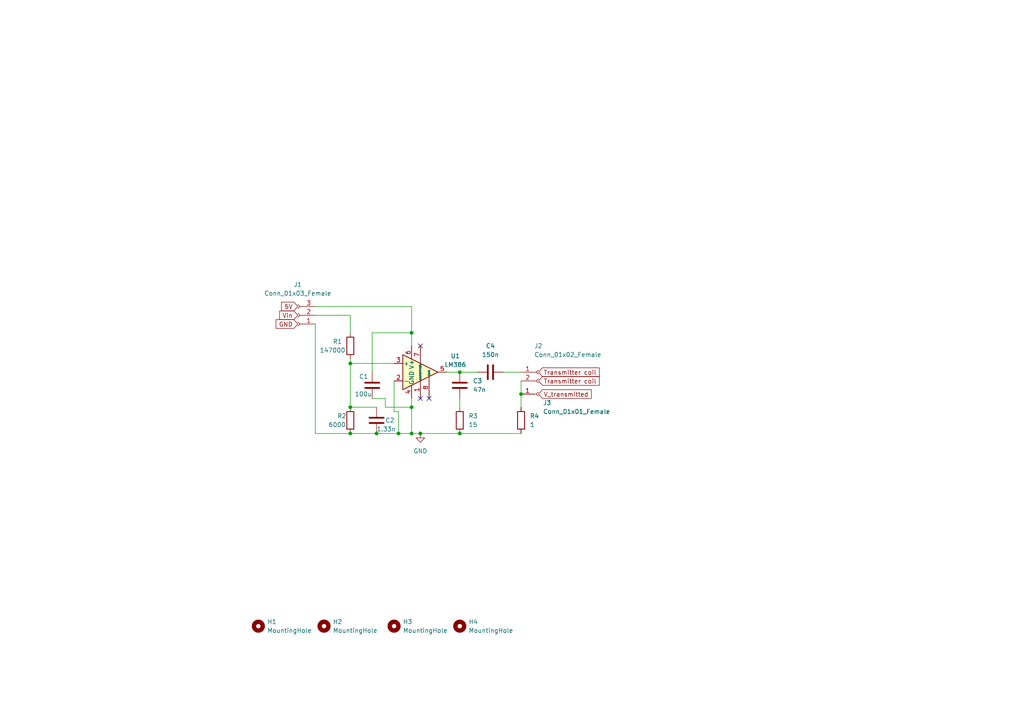
<source format=kicad_sch>
(kicad_sch (version 20211123) (generator eeschema)

  (uuid e574f12a-8f7d-43ac-91fb-7b945c43413e)

  (paper "A4")

  (lib_symbols
    (symbol "Amplifier_Audio:LM386" (pin_names (offset 0.127)) (in_bom yes) (on_board yes)
      (property "Reference" "U" (id 0) (at 1.27 7.62 0)
        (effects (font (size 1.27 1.27)) (justify left))
      )
      (property "Value" "LM386" (id 1) (at 1.27 5.08 0)
        (effects (font (size 1.27 1.27)) (justify left))
      )
      (property "Footprint" "" (id 2) (at 2.54 2.54 0)
        (effects (font (size 1.27 1.27)) hide)
      )
      (property "Datasheet" "http://www.ti.com/lit/ds/symlink/lm386.pdf" (id 3) (at 5.08 5.08 0)
        (effects (font (size 1.27 1.27)) hide)
      )
      (property "ki_keywords" "single Power opamp" (id 4) (at 0 0 0)
        (effects (font (size 1.27 1.27)) hide)
      )
      (property "ki_description" "Low Voltage Audio Power Amplifier, DIP-8/SOIC-8/SSOP-8" (id 5) (at 0 0 0)
        (effects (font (size 1.27 1.27)) hide)
      )
      (property "ki_fp_filters" "SOIC*3.9x4.9mm*P1.27mm* DIP*W7.62mm* MSSOP*P0.65mm* TSSOP*3x3mm*P0.5mm*" (id 6) (at 0 0 0)
        (effects (font (size 1.27 1.27)) hide)
      )
      (symbol "LM386_0_1"
        (polyline
          (pts
            (xy 5.08 0)
            (xy -5.08 5.08)
            (xy -5.08 -5.08)
            (xy 5.08 0)
          )
          (stroke (width 0.254) (type default) (color 0 0 0 0))
          (fill (type background))
        )
      )
      (symbol "LM386_1_1"
        (pin input line (at 0 -7.62 90) (length 5.08)
          (name "GAIN" (effects (font (size 0.508 0.508))))
          (number "1" (effects (font (size 1.27 1.27))))
        )
        (pin input line (at -7.62 -2.54 0) (length 2.54)
          (name "-" (effects (font (size 1.27 1.27))))
          (number "2" (effects (font (size 1.27 1.27))))
        )
        (pin input line (at -7.62 2.54 0) (length 2.54)
          (name "+" (effects (font (size 1.27 1.27))))
          (number "3" (effects (font (size 1.27 1.27))))
        )
        (pin power_in line (at -2.54 -7.62 90) (length 3.81)
          (name "GND" (effects (font (size 1.27 1.27))))
          (number "4" (effects (font (size 1.27 1.27))))
        )
        (pin output line (at 7.62 0 180) (length 2.54)
          (name "~" (effects (font (size 1.27 1.27))))
          (number "5" (effects (font (size 1.27 1.27))))
        )
        (pin power_in line (at -2.54 7.62 270) (length 3.81)
          (name "V+" (effects (font (size 1.27 1.27))))
          (number "6" (effects (font (size 1.27 1.27))))
        )
        (pin input line (at 0 7.62 270) (length 5.08)
          (name "BYPASS" (effects (font (size 0.508 0.508))))
          (number "7" (effects (font (size 1.27 1.27))))
        )
        (pin input line (at 2.54 -7.62 90) (length 6.35)
          (name "GAIN" (effects (font (size 0.508 0.508))))
          (number "8" (effects (font (size 1.27 1.27))))
        )
      )
    )
    (symbol "Connector:Conn_01x01_Female" (pin_names (offset 1.016) hide) (in_bom yes) (on_board yes)
      (property "Reference" "J" (id 0) (at 0 2.54 0)
        (effects (font (size 1.27 1.27)))
      )
      (property "Value" "Conn_01x01_Female" (id 1) (at 0 -2.54 0)
        (effects (font (size 1.27 1.27)))
      )
      (property "Footprint" "" (id 2) (at 0 0 0)
        (effects (font (size 1.27 1.27)) hide)
      )
      (property "Datasheet" "~" (id 3) (at 0 0 0)
        (effects (font (size 1.27 1.27)) hide)
      )
      (property "ki_keywords" "connector" (id 4) (at 0 0 0)
        (effects (font (size 1.27 1.27)) hide)
      )
      (property "ki_description" "Generic connector, single row, 01x01, script generated (kicad-library-utils/schlib/autogen/connector/)" (id 5) (at 0 0 0)
        (effects (font (size 1.27 1.27)) hide)
      )
      (property "ki_fp_filters" "Connector*:*" (id 6) (at 0 0 0)
        (effects (font (size 1.27 1.27)) hide)
      )
      (symbol "Conn_01x01_Female_1_1"
        (polyline
          (pts
            (xy -1.27 0)
            (xy -0.508 0)
          )
          (stroke (width 0.1524) (type default) (color 0 0 0 0))
          (fill (type none))
        )
        (arc (start 0 0.508) (mid -0.508 0) (end 0 -0.508)
          (stroke (width 0.1524) (type default) (color 0 0 0 0))
          (fill (type none))
        )
        (pin passive line (at -5.08 0 0) (length 3.81)
          (name "Pin_1" (effects (font (size 1.27 1.27))))
          (number "1" (effects (font (size 1.27 1.27))))
        )
      )
    )
    (symbol "Connector:Conn_01x02_Female" (pin_names (offset 1.016) hide) (in_bom yes) (on_board yes)
      (property "Reference" "J" (id 0) (at 0 2.54 0)
        (effects (font (size 1.27 1.27)))
      )
      (property "Value" "Conn_01x02_Female" (id 1) (at 0 -5.08 0)
        (effects (font (size 1.27 1.27)))
      )
      (property "Footprint" "" (id 2) (at 0 0 0)
        (effects (font (size 1.27 1.27)) hide)
      )
      (property "Datasheet" "~" (id 3) (at 0 0 0)
        (effects (font (size 1.27 1.27)) hide)
      )
      (property "ki_keywords" "connector" (id 4) (at 0 0 0)
        (effects (font (size 1.27 1.27)) hide)
      )
      (property "ki_description" "Generic connector, single row, 01x02, script generated (kicad-library-utils/schlib/autogen/connector/)" (id 5) (at 0 0 0)
        (effects (font (size 1.27 1.27)) hide)
      )
      (property "ki_fp_filters" "Connector*:*_1x??_*" (id 6) (at 0 0 0)
        (effects (font (size 1.27 1.27)) hide)
      )
      (symbol "Conn_01x02_Female_1_1"
        (arc (start 0 -2.032) (mid -0.508 -2.54) (end 0 -3.048)
          (stroke (width 0.1524) (type default) (color 0 0 0 0))
          (fill (type none))
        )
        (polyline
          (pts
            (xy -1.27 -2.54)
            (xy -0.508 -2.54)
          )
          (stroke (width 0.1524) (type default) (color 0 0 0 0))
          (fill (type none))
        )
        (polyline
          (pts
            (xy -1.27 0)
            (xy -0.508 0)
          )
          (stroke (width 0.1524) (type default) (color 0 0 0 0))
          (fill (type none))
        )
        (arc (start 0 0.508) (mid -0.508 0) (end 0 -0.508)
          (stroke (width 0.1524) (type default) (color 0 0 0 0))
          (fill (type none))
        )
        (pin passive line (at -5.08 0 0) (length 3.81)
          (name "Pin_1" (effects (font (size 1.27 1.27))))
          (number "1" (effects (font (size 1.27 1.27))))
        )
        (pin passive line (at -5.08 -2.54 0) (length 3.81)
          (name "Pin_2" (effects (font (size 1.27 1.27))))
          (number "2" (effects (font (size 1.27 1.27))))
        )
      )
    )
    (symbol "Connector:Conn_01x03_Female" (pin_names (offset 1.016) hide) (in_bom yes) (on_board yes)
      (property "Reference" "J" (id 0) (at 0 5.08 0)
        (effects (font (size 1.27 1.27)))
      )
      (property "Value" "Conn_01x03_Female" (id 1) (at 0 -5.08 0)
        (effects (font (size 1.27 1.27)))
      )
      (property "Footprint" "" (id 2) (at 0 0 0)
        (effects (font (size 1.27 1.27)) hide)
      )
      (property "Datasheet" "~" (id 3) (at 0 0 0)
        (effects (font (size 1.27 1.27)) hide)
      )
      (property "ki_keywords" "connector" (id 4) (at 0 0 0)
        (effects (font (size 1.27 1.27)) hide)
      )
      (property "ki_description" "Generic connector, single row, 01x03, script generated (kicad-library-utils/schlib/autogen/connector/)" (id 5) (at 0 0 0)
        (effects (font (size 1.27 1.27)) hide)
      )
      (property "ki_fp_filters" "Connector*:*_1x??_*" (id 6) (at 0 0 0)
        (effects (font (size 1.27 1.27)) hide)
      )
      (symbol "Conn_01x03_Female_1_1"
        (arc (start 0 -2.032) (mid -0.508 -2.54) (end 0 -3.048)
          (stroke (width 0.1524) (type default) (color 0 0 0 0))
          (fill (type none))
        )
        (polyline
          (pts
            (xy -1.27 -2.54)
            (xy -0.508 -2.54)
          )
          (stroke (width 0.1524) (type default) (color 0 0 0 0))
          (fill (type none))
        )
        (polyline
          (pts
            (xy -1.27 0)
            (xy -0.508 0)
          )
          (stroke (width 0.1524) (type default) (color 0 0 0 0))
          (fill (type none))
        )
        (polyline
          (pts
            (xy -1.27 2.54)
            (xy -0.508 2.54)
          )
          (stroke (width 0.1524) (type default) (color 0 0 0 0))
          (fill (type none))
        )
        (arc (start 0 0.508) (mid -0.508 0) (end 0 -0.508)
          (stroke (width 0.1524) (type default) (color 0 0 0 0))
          (fill (type none))
        )
        (arc (start 0 3.048) (mid -0.508 2.54) (end 0 2.032)
          (stroke (width 0.1524) (type default) (color 0 0 0 0))
          (fill (type none))
        )
        (pin passive line (at -5.08 2.54 0) (length 3.81)
          (name "Pin_1" (effects (font (size 1.27 1.27))))
          (number "1" (effects (font (size 1.27 1.27))))
        )
        (pin passive line (at -5.08 0 0) (length 3.81)
          (name "Pin_2" (effects (font (size 1.27 1.27))))
          (number "2" (effects (font (size 1.27 1.27))))
        )
        (pin passive line (at -5.08 -2.54 0) (length 3.81)
          (name "Pin_3" (effects (font (size 1.27 1.27))))
          (number "3" (effects (font (size 1.27 1.27))))
        )
      )
    )
    (symbol "Device:C" (pin_numbers hide) (pin_names (offset 0.254)) (in_bom yes) (on_board yes)
      (property "Reference" "C" (id 0) (at 0.635 2.54 0)
        (effects (font (size 1.27 1.27)) (justify left))
      )
      (property "Value" "C" (id 1) (at 0.635 -2.54 0)
        (effects (font (size 1.27 1.27)) (justify left))
      )
      (property "Footprint" "" (id 2) (at 0.9652 -3.81 0)
        (effects (font (size 1.27 1.27)) hide)
      )
      (property "Datasheet" "~" (id 3) (at 0 0 0)
        (effects (font (size 1.27 1.27)) hide)
      )
      (property "ki_keywords" "cap capacitor" (id 4) (at 0 0 0)
        (effects (font (size 1.27 1.27)) hide)
      )
      (property "ki_description" "Unpolarized capacitor" (id 5) (at 0 0 0)
        (effects (font (size 1.27 1.27)) hide)
      )
      (property "ki_fp_filters" "C_*" (id 6) (at 0 0 0)
        (effects (font (size 1.27 1.27)) hide)
      )
      (symbol "C_0_1"
        (polyline
          (pts
            (xy -2.032 -0.762)
            (xy 2.032 -0.762)
          )
          (stroke (width 0.508) (type default) (color 0 0 0 0))
          (fill (type none))
        )
        (polyline
          (pts
            (xy -2.032 0.762)
            (xy 2.032 0.762)
          )
          (stroke (width 0.508) (type default) (color 0 0 0 0))
          (fill (type none))
        )
      )
      (symbol "C_1_1"
        (pin passive line (at 0 3.81 270) (length 2.794)
          (name "~" (effects (font (size 1.27 1.27))))
          (number "1" (effects (font (size 1.27 1.27))))
        )
        (pin passive line (at 0 -3.81 90) (length 2.794)
          (name "~" (effects (font (size 1.27 1.27))))
          (number "2" (effects (font (size 1.27 1.27))))
        )
      )
    )
    (symbol "Device:R" (pin_numbers hide) (pin_names (offset 0)) (in_bom yes) (on_board yes)
      (property "Reference" "R" (id 0) (at 2.032 0 90)
        (effects (font (size 1.27 1.27)))
      )
      (property "Value" "R" (id 1) (at 0 0 90)
        (effects (font (size 1.27 1.27)))
      )
      (property "Footprint" "" (id 2) (at -1.778 0 90)
        (effects (font (size 1.27 1.27)) hide)
      )
      (property "Datasheet" "~" (id 3) (at 0 0 0)
        (effects (font (size 1.27 1.27)) hide)
      )
      (property "ki_keywords" "R res resistor" (id 4) (at 0 0 0)
        (effects (font (size 1.27 1.27)) hide)
      )
      (property "ki_description" "Resistor" (id 5) (at 0 0 0)
        (effects (font (size 1.27 1.27)) hide)
      )
      (property "ki_fp_filters" "R_*" (id 6) (at 0 0 0)
        (effects (font (size 1.27 1.27)) hide)
      )
      (symbol "R_0_1"
        (rectangle (start -1.016 -2.54) (end 1.016 2.54)
          (stroke (width 0.254) (type default) (color 0 0 0 0))
          (fill (type none))
        )
      )
      (symbol "R_1_1"
        (pin passive line (at 0 3.81 270) (length 1.27)
          (name "~" (effects (font (size 1.27 1.27))))
          (number "1" (effects (font (size 1.27 1.27))))
        )
        (pin passive line (at 0 -3.81 90) (length 1.27)
          (name "~" (effects (font (size 1.27 1.27))))
          (number "2" (effects (font (size 1.27 1.27))))
        )
      )
    )
    (symbol "Mechanical:MountingHole" (pin_names (offset 1.016)) (in_bom yes) (on_board yes)
      (property "Reference" "H" (id 0) (at 0 5.08 0)
        (effects (font (size 1.27 1.27)))
      )
      (property "Value" "MountingHole" (id 1) (at 0 3.175 0)
        (effects (font (size 1.27 1.27)))
      )
      (property "Footprint" "" (id 2) (at 0 0 0)
        (effects (font (size 1.27 1.27)) hide)
      )
      (property "Datasheet" "~" (id 3) (at 0 0 0)
        (effects (font (size 1.27 1.27)) hide)
      )
      (property "ki_keywords" "mounting hole" (id 4) (at 0 0 0)
        (effects (font (size 1.27 1.27)) hide)
      )
      (property "ki_description" "Mounting Hole without connection" (id 5) (at 0 0 0)
        (effects (font (size 1.27 1.27)) hide)
      )
      (property "ki_fp_filters" "MountingHole*" (id 6) (at 0 0 0)
        (effects (font (size 1.27 1.27)) hide)
      )
      (symbol "MountingHole_0_1"
        (circle (center 0 0) (radius 1.27)
          (stroke (width 1.27) (type default) (color 0 0 0 0))
          (fill (type none))
        )
      )
    )
    (symbol "power:GND" (power) (pin_names (offset 0)) (in_bom yes) (on_board yes)
      (property "Reference" "#PWR" (id 0) (at 0 -6.35 0)
        (effects (font (size 1.27 1.27)) hide)
      )
      (property "Value" "GND" (id 1) (at 0 -3.81 0)
        (effects (font (size 1.27 1.27)))
      )
      (property "Footprint" "" (id 2) (at 0 0 0)
        (effects (font (size 1.27 1.27)) hide)
      )
      (property "Datasheet" "" (id 3) (at 0 0 0)
        (effects (font (size 1.27 1.27)) hide)
      )
      (property "ki_keywords" "power-flag" (id 4) (at 0 0 0)
        (effects (font (size 1.27 1.27)) hide)
      )
      (property "ki_description" "Power symbol creates a global label with name \"GND\" , ground" (id 5) (at 0 0 0)
        (effects (font (size 1.27 1.27)) hide)
      )
      (symbol "GND_0_1"
        (polyline
          (pts
            (xy 0 0)
            (xy 0 -1.27)
            (xy 1.27 -1.27)
            (xy 0 -2.54)
            (xy -1.27 -1.27)
            (xy 0 -1.27)
          )
          (stroke (width 0) (type default) (color 0 0 0 0))
          (fill (type none))
        )
      )
      (symbol "GND_1_1"
        (pin power_in line (at 0 0 270) (length 0) hide
          (name "GND" (effects (font (size 1.27 1.27))))
          (number "1" (effects (font (size 1.27 1.27))))
        )
      )
    )
  )

  (junction (at 101.6 118.11) (diameter 0) (color 0 0 0 0)
    (uuid 13008e6f-4cad-4aad-acb5-27287c9d9bb2)
  )
  (junction (at 133.35 125.73) (diameter 0) (color 0 0 0 0)
    (uuid 198a89f0-370b-4dc2-8f22-ea2ef68b4771)
  )
  (junction (at 115.57 125.73) (diameter 0) (color 0 0 0 0)
    (uuid 3703df8c-d85b-46c5-9cc3-affafe586f8b)
  )
  (junction (at 101.6 105.41) (diameter 0) (color 0 0 0 0)
    (uuid 5350ede8-a21b-4758-9fdb-49ac70760e9e)
  )
  (junction (at 133.35 107.95) (diameter 0) (color 0 0 0 0)
    (uuid 6827d0a7-2887-4e1e-b23f-2cb688d45923)
  )
  (junction (at 121.92 125.73) (diameter 0) (color 0 0 0 0)
    (uuid 6af2fe22-0309-4b21-9ace-6c0668a06b01)
  )
  (junction (at 119.38 125.73) (diameter 0) (color 0 0 0 0)
    (uuid 7fa855c7-5980-429c-adc4-194de3e6d094)
  )
  (junction (at 119.38 96.52) (diameter 0) (color 0 0 0 0)
    (uuid a06e5dec-56c9-42af-9cc1-a1d5fb5f3871)
  )
  (junction (at 101.6 125.73) (diameter 0) (color 0 0 0 0)
    (uuid b1f65547-188a-4663-aee4-a73a4e5d122c)
  )
  (junction (at 119.38 118.11) (diameter 0) (color 0 0 0 0)
    (uuid da9f60be-c299-472f-89f9-2ad3af33c9ba)
  )
  (junction (at 151.13 114.3) (diameter 0) (color 0 0 0 0)
    (uuid df7e44fd-e0f0-49b0-90c6-8ca419e9728c)
  )
  (junction (at 109.22 125.73) (diameter 0) (color 0 0 0 0)
    (uuid e873dc62-98a0-41dc-8ad0-0f9b401422f3)
  )

  (no_connect (at 121.92 100.33) (uuid 0093ef21-a1a4-4bd5-823e-6d6838d432cf))
  (no_connect (at 121.92 115.57) (uuid 0093ef21-a1a4-4bd5-823e-6d6838d432cf))
  (no_connect (at 124.46 115.57) (uuid 0093ef21-a1a4-4bd5-823e-6d6838d432cf))

  (wire (pts (xy 111.76 118.11) (xy 119.38 118.11))
    (stroke (width 0) (type default) (color 0 0 0 0))
    (uuid 07ac0c13-6487-4d33-bad2-690a49940671)
  )
  (wire (pts (xy 101.6 118.11) (xy 109.22 118.11))
    (stroke (width 0) (type default) (color 0 0 0 0))
    (uuid 0b02c0f8-37c3-444a-89d1-70094e98890c)
  )
  (wire (pts (xy 111.76 115.57) (xy 111.76 118.11))
    (stroke (width 0) (type default) (color 0 0 0 0))
    (uuid 0d15f1d2-a4a5-43a6-a783-561fdb4081d2)
  )
  (wire (pts (xy 101.6 91.44) (xy 91.44 91.44))
    (stroke (width 0) (type default) (color 0 0 0 0))
    (uuid 29d3a3b4-9632-4b4d-bd7f-fc83df742ac2)
  )
  (wire (pts (xy 115.57 119.38) (xy 115.57 125.73))
    (stroke (width 0) (type default) (color 0 0 0 0))
    (uuid 2d17c7e4-d6b5-42d8-840d-0ec4529e3d56)
  )
  (wire (pts (xy 101.6 105.41) (xy 114.3 105.41))
    (stroke (width 0) (type default) (color 0 0 0 0))
    (uuid 2d242bea-2368-4345-8727-15c513bd0788)
  )
  (wire (pts (xy 133.35 115.57) (xy 133.35 118.11))
    (stroke (width 0) (type default) (color 0 0 0 0))
    (uuid 2e0ee6c2-e948-4bc7-a23e-2a89fd4f7408)
  )
  (wire (pts (xy 119.38 115.57) (xy 119.38 118.11))
    (stroke (width 0) (type default) (color 0 0 0 0))
    (uuid 2f91fbb2-e61c-4f85-bc22-2fcc3481700d)
  )
  (wire (pts (xy 101.6 105.41) (xy 101.6 104.14))
    (stroke (width 0) (type default) (color 0 0 0 0))
    (uuid 4798275b-aed5-4e34-a17c-2b4090b7afba)
  )
  (wire (pts (xy 115.57 125.73) (xy 119.38 125.73))
    (stroke (width 0) (type default) (color 0 0 0 0))
    (uuid 4936ff58-5064-40ca-b02a-f7706f3d41a8)
  )
  (wire (pts (xy 151.13 110.49) (xy 151.13 114.3))
    (stroke (width 0) (type default) (color 0 0 0 0))
    (uuid 4d43190b-f0b2-4859-8760-fd9017da6ab2)
  )
  (wire (pts (xy 119.38 118.11) (xy 119.38 125.73))
    (stroke (width 0) (type default) (color 0 0 0 0))
    (uuid 54b7e498-f86a-4d71-8e90-49110230d85e)
  )
  (wire (pts (xy 146.05 107.95) (xy 151.13 107.95))
    (stroke (width 0) (type default) (color 0 0 0 0))
    (uuid 58d4cb65-b162-4c1f-8774-69812616051b)
  )
  (wire (pts (xy 151.13 114.3) (xy 151.13 118.11))
    (stroke (width 0) (type default) (color 0 0 0 0))
    (uuid 5d3490e3-e9ab-41f8-baf3-b85ac0ba7189)
  )
  (wire (pts (xy 133.35 125.73) (xy 151.13 125.73))
    (stroke (width 0) (type default) (color 0 0 0 0))
    (uuid 5ffc3530-316c-4a28-9d2a-4f32eb1c1064)
  )
  (wire (pts (xy 133.35 107.95) (xy 138.43 107.95))
    (stroke (width 0) (type default) (color 0 0 0 0))
    (uuid 62ea6ff1-560d-41ff-971e-221f041e34bf)
  )
  (wire (pts (xy 119.38 88.9) (xy 119.38 96.52))
    (stroke (width 0) (type default) (color 0 0 0 0))
    (uuid 6319c38f-f929-48c1-94fd-c5ad300fa5d1)
  )
  (wire (pts (xy 101.6 118.11) (xy 101.6 105.41))
    (stroke (width 0) (type default) (color 0 0 0 0))
    (uuid 777c81e5-67ba-460d-a457-c86759b68050)
  )
  (wire (pts (xy 91.44 88.9) (xy 119.38 88.9))
    (stroke (width 0) (type default) (color 0 0 0 0))
    (uuid 8540180a-8923-4b44-98cd-a82b920b5530)
  )
  (wire (pts (xy 119.38 125.73) (xy 121.92 125.73))
    (stroke (width 0) (type default) (color 0 0 0 0))
    (uuid adf08dd9-c348-4005-9544-c0f174b90adc)
  )
  (wire (pts (xy 109.22 125.73) (xy 115.57 125.73))
    (stroke (width 0) (type default) (color 0 0 0 0))
    (uuid aeeef67c-69d3-4583-8660-cee6e777ae4c)
  )
  (wire (pts (xy 91.44 125.73) (xy 101.6 125.73))
    (stroke (width 0) (type default) (color 0 0 0 0))
    (uuid b144fd30-ba4f-4676-a3a4-a74bd70d154d)
  )
  (wire (pts (xy 114.3 110.49) (xy 114.3 119.38))
    (stroke (width 0) (type default) (color 0 0 0 0))
    (uuid b5830a11-adb9-472d-a88c-b35e91df33ff)
  )
  (wire (pts (xy 119.38 96.52) (xy 119.38 100.33))
    (stroke (width 0) (type default) (color 0 0 0 0))
    (uuid bda896b6-d07f-436c-b061-671b280b3866)
  )
  (wire (pts (xy 121.92 125.73) (xy 133.35 125.73))
    (stroke (width 0) (type default) (color 0 0 0 0))
    (uuid c10f2cff-381d-41b3-b165-006a98bd8930)
  )
  (wire (pts (xy 119.38 96.52) (xy 107.95 96.52))
    (stroke (width 0) (type default) (color 0 0 0 0))
    (uuid c25e2d05-b8ab-4fac-9c57-2d70ff53c8db)
  )
  (wire (pts (xy 101.6 125.73) (xy 109.22 125.73))
    (stroke (width 0) (type default) (color 0 0 0 0))
    (uuid cb2dc741-d29c-486e-b638-63ff77c35d7b)
  )
  (wire (pts (xy 107.95 115.57) (xy 111.76 115.57))
    (stroke (width 0) (type default) (color 0 0 0 0))
    (uuid cc4463c8-0f55-400b-898a-58dea770ac4a)
  )
  (wire (pts (xy 91.44 93.98) (xy 91.44 125.73))
    (stroke (width 0) (type default) (color 0 0 0 0))
    (uuid d4e8788d-5c50-41be-8e22-a0584518bc19)
  )
  (wire (pts (xy 107.95 96.52) (xy 107.95 107.95))
    (stroke (width 0) (type default) (color 0 0 0 0))
    (uuid d6870a63-5596-483d-80b0-1761095feac2)
  )
  (wire (pts (xy 101.6 96.52) (xy 101.6 91.44))
    (stroke (width 0) (type default) (color 0 0 0 0))
    (uuid d987f4f8-2f9f-417e-9fbb-f2884736c2a5)
  )
  (wire (pts (xy 114.3 119.38) (xy 115.57 119.38))
    (stroke (width 0) (type default) (color 0 0 0 0))
    (uuid de0e9b0a-e109-4a8a-b7bd-b75f27245d2c)
  )
  (wire (pts (xy 129.54 107.95) (xy 133.35 107.95))
    (stroke (width 0) (type default) (color 0 0 0 0))
    (uuid f954e64e-c092-4967-af37-aaccb50af80b)
  )

  (global_label "V_transmitted" (shape input) (at 156.21 114.3 0) (fields_autoplaced)
    (effects (font (size 1.27 1.27)) (justify left))
    (uuid 0d10c3e5-6edb-4ddf-aeeb-32ebceeb7c26)
    (property "Intersheet References" "${INTERSHEET_REFS}" (id 0) (at 171.5045 114.2206 0)
      (effects (font (size 1.27 1.27)) (justify left) hide)
    )
  )
  (global_label "GND" (shape input) (at 86.36 93.98 180) (fields_autoplaced)
    (effects (font (size 1.27 1.27)) (justify right))
    (uuid 50ce4dde-2495-4583-b158-e98715bff2f7)
    (property "Intersheet References" "${INTERSHEET_REFS}" (id 0) (at 80.0764 93.9006 0)
      (effects (font (size 1.27 1.27)) (justify right) hide)
    )
  )
  (global_label "Transmitter coil" (shape input) (at 156.21 107.95 0) (fields_autoplaced)
    (effects (font (size 1.27 1.27)) (justify left))
    (uuid 83960eeb-88a9-425b-9b54-544967da8c4a)
    (property "Intersheet References" "${INTERSHEET_REFS}" (id 0) (at 173.8026 107.8706 0)
      (effects (font (size 1.27 1.27)) (justify left) hide)
    )
  )
  (global_label "Transmitter coil" (shape input) (at 156.21 110.49 0) (fields_autoplaced)
    (effects (font (size 1.27 1.27)) (justify left))
    (uuid a17c6a21-8391-4d4a-b9bf-e04d127c91f1)
    (property "Intersheet References" "${INTERSHEET_REFS}" (id 0) (at 173.8026 110.4106 0)
      (effects (font (size 1.27 1.27)) (justify left) hide)
    )
  )
  (global_label "Vin" (shape input) (at 86.36 91.44 180) (fields_autoplaced)
    (effects (font (size 1.27 1.27)) (justify right))
    (uuid a6cf0f9b-4188-457b-90cc-395be49d0db6)
    (property "Intersheet References" "${INTERSHEET_REFS}" (id 0) (at 81.1045 91.3606 0)
      (effects (font (size 1.27 1.27)) (justify right) hide)
    )
  )
  (global_label "5V" (shape input) (at 86.36 88.9 180) (fields_autoplaced)
    (effects (font (size 1.27 1.27)) (justify right))
    (uuid c1eee89a-0adb-4f71-b5e3-d154796db891)
    (property "Intersheet References" "${INTERSHEET_REFS}" (id 0) (at 81.6488 88.8206 0)
      (effects (font (size 1.27 1.27)) (justify right) hide)
    )
  )

  (symbol (lib_id "Device:C") (at 133.35 111.76 180) (unit 1)
    (in_bom yes) (on_board yes) (fields_autoplaced)
    (uuid 03d1a646-1327-4fd3-90b7-52ab2eaff1a0)
    (property "Reference" "C3" (id 0) (at 137.16 110.4899 0)
      (effects (font (size 1.27 1.27)) (justify right))
    )
    (property "Value" "47n" (id 1) (at 137.16 113.0299 0)
      (effects (font (size 1.27 1.27)) (justify right))
    )
    (property "Footprint" "Capacitor_THT:CP_Radial_D7.5mm_P2.50mm" (id 2) (at 132.3848 107.95 0)
      (effects (font (size 1.27 1.27)) hide)
    )
    (property "Datasheet" "~" (id 3) (at 133.35 111.76 0)
      (effects (font (size 1.27 1.27)) hide)
    )
    (pin "1" (uuid 25e2f220-b658-4d74-8b0c-6474b10440f0))
    (pin "2" (uuid 982edc02-1c9f-494c-9fdb-78d1ccbd28ba))
  )

  (symbol (lib_id "Mechanical:MountingHole") (at 133.35 181.61 0) (unit 1)
    (in_bom yes) (on_board yes) (fields_autoplaced)
    (uuid 132ffcca-f039-420c-8818-9b443f8fd329)
    (property "Reference" "H4" (id 0) (at 135.89 180.3399 0)
      (effects (font (size 1.27 1.27)) (justify left))
    )
    (property "Value" "MountingHole" (id 1) (at 135.89 182.8799 0)
      (effects (font (size 1.27 1.27)) (justify left))
    )
    (property "Footprint" "MountingHole:MountingHole_2.7mm_M2.5_ISO14580_Pad_TopOnly" (id 2) (at 133.35 181.61 0)
      (effects (font (size 1.27 1.27)) hide)
    )
    (property "Datasheet" "~" (id 3) (at 133.35 181.61 0)
      (effects (font (size 1.27 1.27)) hide)
    )
  )

  (symbol (lib_id "Device:R") (at 133.35 121.92 0) (unit 1)
    (in_bom yes) (on_board yes) (fields_autoplaced)
    (uuid 17e61bb9-2115-4eb1-9ee8-b7d9d8ffdbe0)
    (property "Reference" "R3" (id 0) (at 135.89 120.6499 0)
      (effects (font (size 1.27 1.27)) (justify left))
    )
    (property "Value" "15" (id 1) (at 135.89 123.1899 0)
      (effects (font (size 1.27 1.27)) (justify left))
    )
    (property "Footprint" "Resistor_THT:R_Axial_DIN0309_L9.0mm_D3.2mm_P12.70mm_Horizontal" (id 2) (at 131.572 121.92 90)
      (effects (font (size 1.27 1.27)) hide)
    )
    (property "Datasheet" "~" (id 3) (at 133.35 121.92 0)
      (effects (font (size 1.27 1.27)) hide)
    )
    (pin "1" (uuid 0960d47c-0220-43de-85d7-7f42322ca151))
    (pin "2" (uuid fa132679-6e05-421b-b8b2-62d8bf7f6395))
  )

  (symbol (lib_id "Mechanical:MountingHole") (at 74.93 181.61 0) (unit 1)
    (in_bom yes) (on_board yes) (fields_autoplaced)
    (uuid 25ef38d7-5fd7-44b0-9b7b-8181b8c61eee)
    (property "Reference" "H1" (id 0) (at 77.47 180.3399 0)
      (effects (font (size 1.27 1.27)) (justify left))
    )
    (property "Value" "MountingHole" (id 1) (at 77.47 182.8799 0)
      (effects (font (size 1.27 1.27)) (justify left))
    )
    (property "Footprint" "MountingHole:MountingHole_2.7mm_M2.5_ISO14580_Pad_TopOnly" (id 2) (at 74.93 181.61 0)
      (effects (font (size 1.27 1.27)) hide)
    )
    (property "Datasheet" "~" (id 3) (at 74.93 181.61 0)
      (effects (font (size 1.27 1.27)) hide)
    )
  )

  (symbol (lib_id "Connector:Conn_01x01_Female") (at 156.21 114.3 0) (unit 1)
    (in_bom yes) (on_board yes)
    (uuid 357f51c5-4743-4ecb-b707-bf387d2c6936)
    (property "Reference" "J3" (id 0) (at 157.48 116.84 0)
      (effects (font (size 1.27 1.27)) (justify left))
    )
    (property "Value" "Conn_01x01_Female" (id 1) (at 157.48 119.38 0)
      (effects (font (size 1.27 1.27)) (justify left))
    )
    (property "Footprint" "Connector_PinSocket_2.54mm:PinSocket_1x01_P2.54mm_Vertical" (id 2) (at 156.21 114.3 0)
      (effects (font (size 1.27 1.27)) hide)
    )
    (property "Datasheet" "~" (id 3) (at 156.21 114.3 0)
      (effects (font (size 1.27 1.27)) hide)
    )
    (pin "1" (uuid b3259c30-2007-44a6-a9d5-31e7c1690be7))
  )

  (symbol (lib_id "Connector:Conn_01x03_Female") (at 86.36 91.44 180) (unit 1)
    (in_bom yes) (on_board yes)
    (uuid 40c0e3de-f6b7-496b-9c72-9659f5005055)
    (property "Reference" "J1" (id 0) (at 86.36 82.55 0))
    (property "Value" "Conn_01x03_Female" (id 1) (at 86.36 85.09 0))
    (property "Footprint" "Connector_PinSocket_2.54mm:PinSocket_1x03_P2.54mm_Vertical" (id 2) (at 86.36 91.44 0)
      (effects (font (size 1.27 1.27)) hide)
    )
    (property "Datasheet" "~" (id 3) (at 86.36 91.44 0)
      (effects (font (size 1.27 1.27)) hide)
    )
    (pin "1" (uuid 49ff0f5f-8416-4dab-8953-0f7c65755f50))
    (pin "2" (uuid a9a307cc-931a-4d44-9126-6f745d3494e9))
    (pin "3" (uuid f3308e87-b9c4-4d4d-ac73-7bdda10010d7))
  )

  (symbol (lib_id "Device:R") (at 151.13 121.92 0) (unit 1)
    (in_bom yes) (on_board yes) (fields_autoplaced)
    (uuid 4cb6d50b-171e-4267-9e14-d02f69b853d0)
    (property "Reference" "R4" (id 0) (at 153.67 120.6499 0)
      (effects (font (size 1.27 1.27)) (justify left))
    )
    (property "Value" "1" (id 1) (at 153.67 123.1899 0)
      (effects (font (size 1.27 1.27)) (justify left))
    )
    (property "Footprint" "Resistor_THT:R_Axial_DIN0309_L9.0mm_D3.2mm_P12.70mm_Horizontal" (id 2) (at 149.352 121.92 90)
      (effects (font (size 1.27 1.27)) hide)
    )
    (property "Datasheet" "~" (id 3) (at 151.13 121.92 0)
      (effects (font (size 1.27 1.27)) hide)
    )
    (pin "1" (uuid e7f203bf-8db7-4469-bb04-ebce27017b5b))
    (pin "2" (uuid 74fa5b1f-4da8-421b-b546-74de3be161c7))
  )

  (symbol (lib_id "Device:C") (at 107.95 111.76 0) (unit 1)
    (in_bom yes) (on_board yes)
    (uuid 4db1bffc-282f-4314-a966-9d6a3910f3d6)
    (property "Reference" "C1" (id 0) (at 104.14 109.22 0)
      (effects (font (size 1.27 1.27)) (justify left))
    )
    (property "Value" "100u" (id 1) (at 102.87 114.3 0)
      (effects (font (size 1.27 1.27)) (justify left))
    )
    (property "Footprint" "Capacitor_THT:CP_Radial_D7.5mm_P2.50mm" (id 2) (at 108.9152 115.57 0)
      (effects (font (size 1.27 1.27)) hide)
    )
    (property "Datasheet" "~" (id 3) (at 107.95 111.76 0)
      (effects (font (size 1.27 1.27)) hide)
    )
    (pin "1" (uuid c104fe20-3da4-40be-bdde-20306e6b19b0))
    (pin "2" (uuid 0d044de1-460a-4445-8ec7-b1b98c2bc86e))
  )

  (symbol (lib_id "Device:C") (at 109.22 121.92 0) (unit 1)
    (in_bom yes) (on_board yes)
    (uuid 7137bfbb-bf4f-4dfa-a934-852a841973b4)
    (property "Reference" "C2" (id 0) (at 111.76 121.92 0)
      (effects (font (size 1.27 1.27)) (justify left))
    )
    (property "Value" "1.33n" (id 1) (at 109.22 124.46 0)
      (effects (font (size 1.27 1.27)) (justify left))
    )
    (property "Footprint" "Capacitor_THT:CP_Radial_D7.5mm_P2.50mm" (id 2) (at 110.1852 125.73 0)
      (effects (font (size 1.27 1.27)) hide)
    )
    (property "Datasheet" "~" (id 3) (at 109.22 121.92 0)
      (effects (font (size 1.27 1.27)) hide)
    )
    (pin "1" (uuid be512005-3b9e-4c07-9f05-e8ec5ad465cf))
    (pin "2" (uuid 3e340d31-db95-450f-af69-0c2b404a85fa))
  )

  (symbol (lib_id "Device:R") (at 101.6 121.92 0) (unit 1)
    (in_bom yes) (on_board yes)
    (uuid 7873b5b0-3bec-4ee5-8af3-ba8e0c9e7339)
    (property "Reference" "R2" (id 0) (at 97.79 120.65 0)
      (effects (font (size 1.27 1.27)) (justify left))
    )
    (property "Value" "6000" (id 1) (at 95.25 123.19 0)
      (effects (font (size 1.27 1.27)) (justify left))
    )
    (property "Footprint" "Resistor_THT:R_Axial_DIN0309_L9.0mm_D3.2mm_P12.70mm_Horizontal" (id 2) (at 99.822 121.92 90)
      (effects (font (size 1.27 1.27)) hide)
    )
    (property "Datasheet" "~" (id 3) (at 101.6 121.92 0)
      (effects (font (size 1.27 1.27)) hide)
    )
    (pin "1" (uuid 5e7cd8bd-9af9-401b-b908-b37688e7853e))
    (pin "2" (uuid 5c706bcb-1e61-4b64-ad79-fbdd6aa348d1))
  )

  (symbol (lib_id "power:GND") (at 121.92 125.73 0) (unit 1)
    (in_bom yes) (on_board yes) (fields_autoplaced)
    (uuid 86eb66b2-f86e-48a3-a514-d7853522f227)
    (property "Reference" "#PWR01" (id 0) (at 121.92 132.08 0)
      (effects (font (size 1.27 1.27)) hide)
    )
    (property "Value" "GND" (id 1) (at 121.92 130.81 0))
    (property "Footprint" "" (id 2) (at 121.92 125.73 0)
      (effects (font (size 1.27 1.27)) hide)
    )
    (property "Datasheet" "" (id 3) (at 121.92 125.73 0)
      (effects (font (size 1.27 1.27)) hide)
    )
    (pin "1" (uuid 0e6df755-791a-4aa2-a437-6c24d286a3d8))
  )

  (symbol (lib_id "Connector:Conn_01x02_Female") (at 156.21 107.95 0) (unit 1)
    (in_bom yes) (on_board yes)
    (uuid aef94686-8f33-49d6-a172-f9a12880069e)
    (property "Reference" "J2" (id 0) (at 154.94 100.33 0)
      (effects (font (size 1.27 1.27)) (justify left))
    )
    (property "Value" "Conn_01x02_Female" (id 1) (at 154.94 102.87 0)
      (effects (font (size 1.27 1.27)) (justify left))
    )
    (property "Footprint" "Connector_PinSocket_2.54mm:PinSocket_1x02_P2.54mm_Vertical" (id 2) (at 156.21 107.95 0)
      (effects (font (size 1.27 1.27)) hide)
    )
    (property "Datasheet" "~" (id 3) (at 156.21 107.95 0)
      (effects (font (size 1.27 1.27)) hide)
    )
    (pin "1" (uuid 17ea962a-824b-4547-94aa-aebcbb883c82))
    (pin "2" (uuid 5f01d949-3121-4ecc-a6b9-43f8198c8155))
  )

  (symbol (lib_id "Device:R") (at 101.6 100.33 0) (unit 1)
    (in_bom yes) (on_board yes)
    (uuid c24b45dc-e9a7-4f78-97cd-68ded90c2cba)
    (property "Reference" "R1" (id 0) (at 96.52 99.06 0)
      (effects (font (size 1.27 1.27)) (justify left))
    )
    (property "Value" "147000" (id 1) (at 92.71 101.6 0)
      (effects (font (size 1.27 1.27)) (justify left))
    )
    (property "Footprint" "Resistor_THT:R_Axial_DIN0309_L9.0mm_D3.2mm_P12.70mm_Horizontal" (id 2) (at 99.822 100.33 90)
      (effects (font (size 1.27 1.27)) hide)
    )
    (property "Datasheet" "~" (id 3) (at 101.6 100.33 0)
      (effects (font (size 1.27 1.27)) hide)
    )
    (pin "1" (uuid 8ca1d436-7327-4d64-881e-2320d7e50d5d))
    (pin "2" (uuid b17f3746-062b-4729-9ece-95879c147236))
  )

  (symbol (lib_id "Amplifier_Audio:LM386") (at 121.92 107.95 0) (unit 1)
    (in_bom yes) (on_board yes) (fields_autoplaced)
    (uuid c774ea15-cd10-422d-9eb5-47c1ae1d47d7)
    (property "Reference" "U1" (id 0) (at 132.08 103.251 0))
    (property "Value" "LM386" (id 1) (at 132.08 105.791 0))
    (property "Footprint" "Package_DIP:DIP-8_W7.62mm" (id 2) (at 124.46 105.41 0)
      (effects (font (size 1.27 1.27)) hide)
    )
    (property "Datasheet" "http://www.ti.com/lit/ds/symlink/lm386.pdf" (id 3) (at 127 102.87 0)
      (effects (font (size 1.27 1.27)) hide)
    )
    (pin "1" (uuid 9c374b62-2e21-4529-8c4f-4823962f1401))
    (pin "2" (uuid 5dc614c7-486d-48a4-8556-862e86bd50c9))
    (pin "3" (uuid ca9a1145-14dc-4c9f-8f85-9cdfc1ece7c9))
    (pin "4" (uuid 3929f405-8c4b-49f1-8690-90232ad98531))
    (pin "5" (uuid 60b29361-b4b9-4079-8d79-3fb903bdc3a0))
    (pin "6" (uuid 9e206189-c805-4746-a860-6efee465a57b))
    (pin "7" (uuid 557ed779-2b09-4074-afed-6e95d4c9de6b))
    (pin "8" (uuid a707095d-f689-47e8-90fa-f26ebdec8aa8))
  )

  (symbol (lib_id "Device:C") (at 142.24 107.95 90) (unit 1)
    (in_bom yes) (on_board yes) (fields_autoplaced)
    (uuid c80845ff-84b3-452e-bd54-b75417afd358)
    (property "Reference" "C4" (id 0) (at 142.24 100.33 90))
    (property "Value" "150n" (id 1) (at 142.24 102.87 90))
    (property "Footprint" "Capacitor_THT:CP_Radial_D7.5mm_P2.50mm" (id 2) (at 146.05 106.9848 0)
      (effects (font (size 1.27 1.27)) hide)
    )
    (property "Datasheet" "~" (id 3) (at 142.24 107.95 0)
      (effects (font (size 1.27 1.27)) hide)
    )
    (pin "1" (uuid bed78f1d-e4be-41d3-a933-461ab32f3d88))
    (pin "2" (uuid 182cd9a0-6e35-4728-836d-0c321baedad5))
  )

  (symbol (lib_id "Mechanical:MountingHole") (at 114.3 181.61 0) (unit 1)
    (in_bom yes) (on_board yes) (fields_autoplaced)
    (uuid d8c9437e-2297-44e7-8566-9dffd59cbc4a)
    (property "Reference" "H3" (id 0) (at 116.84 180.3399 0)
      (effects (font (size 1.27 1.27)) (justify left))
    )
    (property "Value" "MountingHole" (id 1) (at 116.84 182.8799 0)
      (effects (font (size 1.27 1.27)) (justify left))
    )
    (property "Footprint" "MountingHole:MountingHole_2.7mm_M2.5_ISO14580_Pad_TopOnly" (id 2) (at 114.3 181.61 0)
      (effects (font (size 1.27 1.27)) hide)
    )
    (property "Datasheet" "~" (id 3) (at 114.3 181.61 0)
      (effects (font (size 1.27 1.27)) hide)
    )
  )

  (symbol (lib_id "Mechanical:MountingHole") (at 93.98 181.61 0) (unit 1)
    (in_bom yes) (on_board yes) (fields_autoplaced)
    (uuid fcfdcae0-36a7-4473-8682-845f2091c0fc)
    (property "Reference" "H2" (id 0) (at 96.52 180.3399 0)
      (effects (font (size 1.27 1.27)) (justify left))
    )
    (property "Value" "MountingHole" (id 1) (at 96.52 182.8799 0)
      (effects (font (size 1.27 1.27)) (justify left))
    )
    (property "Footprint" "MountingHole:MountingHole_2.7mm_M2.5_ISO14580_Pad_TopOnly" (id 2) (at 93.98 181.61 0)
      (effects (font (size 1.27 1.27)) hide)
    )
    (property "Datasheet" "~" (id 3) (at 93.98 181.61 0)
      (effects (font (size 1.27 1.27)) hide)
    )
  )

  (sheet_instances
    (path "/" (page "1"))
  )

  (symbol_instances
    (path "/86eb66b2-f86e-48a3-a514-d7853522f227"
      (reference "#PWR01") (unit 1) (value "GND") (footprint "")
    )
    (path "/4db1bffc-282f-4314-a966-9d6a3910f3d6"
      (reference "C1") (unit 1) (value "100u") (footprint "Capacitor_THT:CP_Radial_D7.5mm_P2.50mm")
    )
    (path "/7137bfbb-bf4f-4dfa-a934-852a841973b4"
      (reference "C2") (unit 1) (value "1.33n") (footprint "Capacitor_THT:CP_Radial_D7.5mm_P2.50mm")
    )
    (path "/03d1a646-1327-4fd3-90b7-52ab2eaff1a0"
      (reference "C3") (unit 1) (value "47n") (footprint "Capacitor_THT:CP_Radial_D7.5mm_P2.50mm")
    )
    (path "/c80845ff-84b3-452e-bd54-b75417afd358"
      (reference "C4") (unit 1) (value "150n") (footprint "Capacitor_THT:CP_Radial_D7.5mm_P2.50mm")
    )
    (path "/25ef38d7-5fd7-44b0-9b7b-8181b8c61eee"
      (reference "H1") (unit 1) (value "MountingHole") (footprint "MountingHole:MountingHole_2.7mm_M2.5_ISO14580_Pad_TopOnly")
    )
    (path "/fcfdcae0-36a7-4473-8682-845f2091c0fc"
      (reference "H2") (unit 1) (value "MountingHole") (footprint "MountingHole:MountingHole_2.7mm_M2.5_ISO14580_Pad_TopOnly")
    )
    (path "/d8c9437e-2297-44e7-8566-9dffd59cbc4a"
      (reference "H3") (unit 1) (value "MountingHole") (footprint "MountingHole:MountingHole_2.7mm_M2.5_ISO14580_Pad_TopOnly")
    )
    (path "/132ffcca-f039-420c-8818-9b443f8fd329"
      (reference "H4") (unit 1) (value "MountingHole") (footprint "MountingHole:MountingHole_2.7mm_M2.5_ISO14580_Pad_TopOnly")
    )
    (path "/40c0e3de-f6b7-496b-9c72-9659f5005055"
      (reference "J1") (unit 1) (value "Conn_01x03_Female") (footprint "Connector_PinSocket_2.54mm:PinSocket_1x03_P2.54mm_Vertical")
    )
    (path "/aef94686-8f33-49d6-a172-f9a12880069e"
      (reference "J2") (unit 1) (value "Conn_01x02_Female") (footprint "Connector_PinSocket_2.54mm:PinSocket_1x02_P2.54mm_Vertical")
    )
    (path "/357f51c5-4743-4ecb-b707-bf387d2c6936"
      (reference "J3") (unit 1) (value "Conn_01x01_Female") (footprint "Connector_PinSocket_2.54mm:PinSocket_1x01_P2.54mm_Vertical")
    )
    (path "/c24b45dc-e9a7-4f78-97cd-68ded90c2cba"
      (reference "R1") (unit 1) (value "147000") (footprint "Resistor_THT:R_Axial_DIN0309_L9.0mm_D3.2mm_P12.70mm_Horizontal")
    )
    (path "/7873b5b0-3bec-4ee5-8af3-ba8e0c9e7339"
      (reference "R2") (unit 1) (value "6000") (footprint "Resistor_THT:R_Axial_DIN0309_L9.0mm_D3.2mm_P12.70mm_Horizontal")
    )
    (path "/17e61bb9-2115-4eb1-9ee8-b7d9d8ffdbe0"
      (reference "R3") (unit 1) (value "15") (footprint "Resistor_THT:R_Axial_DIN0309_L9.0mm_D3.2mm_P12.70mm_Horizontal")
    )
    (path "/4cb6d50b-171e-4267-9e14-d02f69b853d0"
      (reference "R4") (unit 1) (value "1") (footprint "Resistor_THT:R_Axial_DIN0309_L9.0mm_D3.2mm_P12.70mm_Horizontal")
    )
    (path "/c774ea15-cd10-422d-9eb5-47c1ae1d47d7"
      (reference "U1") (unit 1) (value "LM386") (footprint "Package_DIP:DIP-8_W7.62mm")
    )
  )
)

</source>
